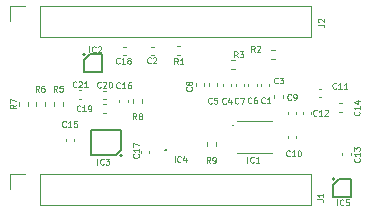
<source format=gto>
G04 #@! TF.GenerationSoftware,KiCad,Pcbnew,(6.0.8)*
G04 #@! TF.CreationDate,2022-11-21T13:53:06+02:00*
G04 #@! TF.ProjectId,sensor,73656e73-6f72-42e6-9b69-6361645f7063,rev?*
G04 #@! TF.SameCoordinates,Original*
G04 #@! TF.FileFunction,Legend,Top*
G04 #@! TF.FilePolarity,Positive*
%FSLAX46Y46*%
G04 Gerber Fmt 4.6, Leading zero omitted, Abs format (unit mm)*
G04 Created by KiCad (PCBNEW (6.0.8)) date 2022-11-21 13:53:06*
%MOMM*%
%LPD*%
G01*
G04 APERTURE LIST*
%ADD10C,0.125000*%
%ADD11C,0.120000*%
%ADD12C,0.200000*%
%ADD13C,0.100000*%
G04 APERTURE END LIST*
D10*
X135898771Y-76403971D02*
X135874961Y-76427780D01*
X135803533Y-76451590D01*
X135755914Y-76451590D01*
X135684485Y-76427780D01*
X135636866Y-76380161D01*
X135613057Y-76332542D01*
X135589247Y-76237304D01*
X135589247Y-76165876D01*
X135613057Y-76070638D01*
X135636866Y-76023019D01*
X135684485Y-75975400D01*
X135755914Y-75951590D01*
X135803533Y-75951590D01*
X135874961Y-75975400D01*
X135898771Y-75999209D01*
X136089247Y-75999209D02*
X136113057Y-75975400D01*
X136160676Y-75951590D01*
X136279723Y-75951590D01*
X136327342Y-75975400D01*
X136351152Y-75999209D01*
X136374961Y-76046828D01*
X136374961Y-76094447D01*
X136351152Y-76165876D01*
X136065438Y-76451590D01*
X136374961Y-76451590D01*
X136851152Y-76451590D02*
X136565438Y-76451590D01*
X136708295Y-76451590D02*
X136708295Y-75951590D01*
X136660676Y-76023019D01*
X136613057Y-76070638D01*
X136565438Y-76094447D01*
X150716466Y-77750171D02*
X150692657Y-77773980D01*
X150621228Y-77797790D01*
X150573609Y-77797790D01*
X150502180Y-77773980D01*
X150454561Y-77726361D01*
X150430752Y-77678742D01*
X150406942Y-77583504D01*
X150406942Y-77512076D01*
X150430752Y-77416838D01*
X150454561Y-77369219D01*
X150502180Y-77321600D01*
X150573609Y-77297790D01*
X150621228Y-77297790D01*
X150692657Y-77321600D01*
X150716466Y-77345409D01*
X151145038Y-77297790D02*
X151049800Y-77297790D01*
X151002180Y-77321600D01*
X150978371Y-77345409D01*
X150930752Y-77416838D01*
X150906942Y-77512076D01*
X150906942Y-77702552D01*
X150930752Y-77750171D01*
X150954561Y-77773980D01*
X151002180Y-77797790D01*
X151097419Y-77797790D01*
X151145038Y-77773980D01*
X151168847Y-77750171D01*
X151192657Y-77702552D01*
X151192657Y-77583504D01*
X151168847Y-77535885D01*
X151145038Y-77512076D01*
X151097419Y-77488266D01*
X151002180Y-77488266D01*
X150954561Y-77512076D01*
X150930752Y-77535885D01*
X150906942Y-77583504D01*
X156244171Y-78816971D02*
X156220361Y-78840780D01*
X156148933Y-78864590D01*
X156101314Y-78864590D01*
X156029885Y-78840780D01*
X155982266Y-78793161D01*
X155958457Y-78745542D01*
X155934647Y-78650304D01*
X155934647Y-78578876D01*
X155958457Y-78483638D01*
X155982266Y-78436019D01*
X156029885Y-78388400D01*
X156101314Y-78364590D01*
X156148933Y-78364590D01*
X156220361Y-78388400D01*
X156244171Y-78412209D01*
X156720361Y-78864590D02*
X156434647Y-78864590D01*
X156577504Y-78864590D02*
X156577504Y-78364590D01*
X156529885Y-78436019D01*
X156482266Y-78483638D01*
X156434647Y-78507447D01*
X156910838Y-78412209D02*
X156934647Y-78388400D01*
X156982266Y-78364590D01*
X157101314Y-78364590D01*
X157148933Y-78388400D01*
X157172742Y-78412209D01*
X157196552Y-78459828D01*
X157196552Y-78507447D01*
X157172742Y-78578876D01*
X156887028Y-78864590D01*
X157196552Y-78864590D01*
X148557466Y-77800971D02*
X148533657Y-77824780D01*
X148462228Y-77848590D01*
X148414609Y-77848590D01*
X148343180Y-77824780D01*
X148295561Y-77777161D01*
X148271752Y-77729542D01*
X148247942Y-77634304D01*
X148247942Y-77562876D01*
X148271752Y-77467638D01*
X148295561Y-77420019D01*
X148343180Y-77372400D01*
X148414609Y-77348590D01*
X148462228Y-77348590D01*
X148533657Y-77372400D01*
X148557466Y-77396209D01*
X148986038Y-77515257D02*
X148986038Y-77848590D01*
X148866990Y-77324780D02*
X148747942Y-77681923D01*
X149057466Y-77681923D01*
X137002104Y-73479790D02*
X137002104Y-72979790D01*
X137525914Y-73432171D02*
X137502104Y-73455980D01*
X137430676Y-73479790D01*
X137383057Y-73479790D01*
X137311628Y-73455980D01*
X137264009Y-73408361D01*
X137240200Y-73360742D01*
X137216390Y-73265504D01*
X137216390Y-73194076D01*
X137240200Y-73098838D01*
X137264009Y-73051219D01*
X137311628Y-73003600D01*
X137383057Y-72979790D01*
X137430676Y-72979790D01*
X137502104Y-73003600D01*
X137525914Y-73027409D01*
X137716390Y-73027409D02*
X137740200Y-73003600D01*
X137787819Y-72979790D01*
X137906866Y-72979790D01*
X137954485Y-73003600D01*
X137978295Y-73027409D01*
X138002104Y-73075028D01*
X138002104Y-73122647D01*
X137978295Y-73194076D01*
X137692580Y-73479790D01*
X138002104Y-73479790D01*
X134282666Y-76807190D02*
X134116000Y-76569095D01*
X133996952Y-76807190D02*
X133996952Y-76307190D01*
X134187428Y-76307190D01*
X134235047Y-76331000D01*
X134258857Y-76354809D01*
X134282666Y-76402428D01*
X134282666Y-76473857D01*
X134258857Y-76521476D01*
X134235047Y-76545285D01*
X134187428Y-76569095D01*
X133996952Y-76569095D01*
X134735047Y-76307190D02*
X134496952Y-76307190D01*
X134473142Y-76545285D01*
X134496952Y-76521476D01*
X134544571Y-76497666D01*
X134663619Y-76497666D01*
X134711238Y-76521476D01*
X134735047Y-76545285D01*
X134758857Y-76592904D01*
X134758857Y-76711952D01*
X134735047Y-76759571D01*
X134711238Y-76783380D01*
X134663619Y-76807190D01*
X134544571Y-76807190D01*
X134496952Y-76783380D01*
X134473142Y-76759571D01*
X149624266Y-77775571D02*
X149600457Y-77799380D01*
X149529028Y-77823190D01*
X149481409Y-77823190D01*
X149409980Y-77799380D01*
X149362361Y-77751761D01*
X149338552Y-77704142D01*
X149314742Y-77608904D01*
X149314742Y-77537476D01*
X149338552Y-77442238D01*
X149362361Y-77394619D01*
X149409980Y-77347000D01*
X149481409Y-77323190D01*
X149529028Y-77323190D01*
X149600457Y-77347000D01*
X149624266Y-77370809D01*
X149790933Y-77323190D02*
X150124266Y-77323190D01*
X149909980Y-77823190D01*
X159842971Y-78502628D02*
X159866780Y-78526438D01*
X159890590Y-78597866D01*
X159890590Y-78645485D01*
X159866780Y-78716914D01*
X159819161Y-78764533D01*
X159771542Y-78788342D01*
X159676304Y-78812152D01*
X159604876Y-78812152D01*
X159509638Y-78788342D01*
X159462019Y-78764533D01*
X159414400Y-78716914D01*
X159390590Y-78645485D01*
X159390590Y-78597866D01*
X159414400Y-78526438D01*
X159438209Y-78502628D01*
X159890590Y-78026438D02*
X159890590Y-78312152D01*
X159890590Y-78169295D02*
X159390590Y-78169295D01*
X159462019Y-78216914D01*
X159509638Y-78264533D01*
X159533447Y-78312152D01*
X159557257Y-77597866D02*
X159890590Y-77597866D01*
X159366780Y-77716914D02*
X159723923Y-77835961D01*
X159723923Y-77526438D01*
X153958171Y-82245971D02*
X153934361Y-82269780D01*
X153862933Y-82293590D01*
X153815314Y-82293590D01*
X153743885Y-82269780D01*
X153696266Y-82222161D01*
X153672457Y-82174542D01*
X153648647Y-82079304D01*
X153648647Y-82007876D01*
X153672457Y-81912638D01*
X153696266Y-81865019D01*
X153743885Y-81817400D01*
X153815314Y-81793590D01*
X153862933Y-81793590D01*
X153934361Y-81817400D01*
X153958171Y-81841209D01*
X154434361Y-82293590D02*
X154148647Y-82293590D01*
X154291504Y-82293590D02*
X154291504Y-81793590D01*
X154243885Y-81865019D01*
X154196266Y-81912638D01*
X154148647Y-81936447D01*
X154743885Y-81793590D02*
X154791504Y-81793590D01*
X154839123Y-81817400D01*
X154862933Y-81841209D01*
X154886742Y-81888828D01*
X154910552Y-81984066D01*
X154910552Y-82103114D01*
X154886742Y-82198352D01*
X154862933Y-82245971D01*
X154839123Y-82269780D01*
X154791504Y-82293590D01*
X154743885Y-82293590D01*
X154696266Y-82269780D01*
X154672457Y-82245971D01*
X154648647Y-82198352D01*
X154624838Y-82103114D01*
X154624838Y-81984066D01*
X154648647Y-81888828D01*
X154672457Y-81841209D01*
X154696266Y-81817400D01*
X154743885Y-81793590D01*
X156367990Y-71134266D02*
X156725133Y-71134266D01*
X156796561Y-71158076D01*
X156844180Y-71205695D01*
X156867990Y-71277123D01*
X156867990Y-71324742D01*
X156415609Y-70919980D02*
X156391800Y-70896171D01*
X156367990Y-70848552D01*
X156367990Y-70729504D01*
X156391800Y-70681885D01*
X156415609Y-70658076D01*
X156463228Y-70634266D01*
X156510847Y-70634266D01*
X156582276Y-70658076D01*
X156867990Y-70943790D01*
X156867990Y-70634266D01*
X150995866Y-73428990D02*
X150829200Y-73190895D01*
X150710152Y-73428990D02*
X150710152Y-72928990D01*
X150900628Y-72928990D01*
X150948247Y-72952800D01*
X150972057Y-72976609D01*
X150995866Y-73024228D01*
X150995866Y-73095657D01*
X150972057Y-73143276D01*
X150948247Y-73167085D01*
X150900628Y-73190895D01*
X150710152Y-73190895D01*
X151186342Y-72976609D02*
X151210152Y-72952800D01*
X151257771Y-72928990D01*
X151376819Y-72928990D01*
X151424438Y-72952800D01*
X151448247Y-72976609D01*
X151472057Y-73024228D01*
X151472057Y-73071847D01*
X151448247Y-73143276D01*
X151162533Y-73428990D01*
X151472057Y-73428990D01*
X144495466Y-74495790D02*
X144328800Y-74257695D01*
X144209752Y-74495790D02*
X144209752Y-73995790D01*
X144400228Y-73995790D01*
X144447847Y-74019600D01*
X144471657Y-74043409D01*
X144495466Y-74091028D01*
X144495466Y-74162457D01*
X144471657Y-74210076D01*
X144447847Y-74233885D01*
X144400228Y-74257695D01*
X144209752Y-74257695D01*
X144971657Y-74495790D02*
X144685942Y-74495790D01*
X144828800Y-74495790D02*
X144828800Y-73995790D01*
X144781180Y-74067219D01*
X144733561Y-74114838D01*
X144685942Y-74138647D01*
X140988266Y-79143990D02*
X140821600Y-78905895D01*
X140702552Y-79143990D02*
X140702552Y-78643990D01*
X140893028Y-78643990D01*
X140940647Y-78667800D01*
X140964457Y-78691609D01*
X140988266Y-78739228D01*
X140988266Y-78810657D01*
X140964457Y-78858276D01*
X140940647Y-78882085D01*
X140893028Y-78905895D01*
X140702552Y-78905895D01*
X141273980Y-78858276D02*
X141226361Y-78834466D01*
X141202552Y-78810657D01*
X141178742Y-78763038D01*
X141178742Y-78739228D01*
X141202552Y-78691609D01*
X141226361Y-78667800D01*
X141273980Y-78643990D01*
X141369219Y-78643990D01*
X141416838Y-78667800D01*
X141440647Y-78691609D01*
X141464457Y-78739228D01*
X141464457Y-78763038D01*
X141440647Y-78810657D01*
X141416838Y-78834466D01*
X141369219Y-78858276D01*
X141273980Y-78858276D01*
X141226361Y-78882085D01*
X141202552Y-78905895D01*
X141178742Y-78953514D01*
X141178742Y-79048752D01*
X141202552Y-79096371D01*
X141226361Y-79120180D01*
X141273980Y-79143990D01*
X141369219Y-79143990D01*
X141416838Y-79120180D01*
X141440647Y-79096371D01*
X141464457Y-79048752D01*
X141464457Y-78953514D01*
X141440647Y-78905895D01*
X141416838Y-78882085D01*
X141369219Y-78858276D01*
X147236666Y-82852390D02*
X147070000Y-82614295D01*
X146950952Y-82852390D02*
X146950952Y-82352390D01*
X147141428Y-82352390D01*
X147189047Y-82376200D01*
X147212857Y-82400009D01*
X147236666Y-82447628D01*
X147236666Y-82519057D01*
X147212857Y-82566676D01*
X147189047Y-82590485D01*
X147141428Y-82614295D01*
X146950952Y-82614295D01*
X147474761Y-82852390D02*
X147570000Y-82852390D01*
X147617619Y-82828580D01*
X147641428Y-82804771D01*
X147689047Y-82733342D01*
X147712857Y-82638104D01*
X147712857Y-82447628D01*
X147689047Y-82400009D01*
X147665238Y-82376200D01*
X147617619Y-82352390D01*
X147522380Y-82352390D01*
X147474761Y-82376200D01*
X147450952Y-82400009D01*
X147427142Y-82447628D01*
X147427142Y-82566676D01*
X147450952Y-82614295D01*
X147474761Y-82638104D01*
X147522380Y-82661914D01*
X147617619Y-82661914D01*
X147665238Y-82638104D01*
X147689047Y-82614295D01*
X147712857Y-82566676D01*
X151859466Y-77750171D02*
X151835657Y-77773980D01*
X151764228Y-77797790D01*
X151716609Y-77797790D01*
X151645180Y-77773980D01*
X151597561Y-77726361D01*
X151573752Y-77678742D01*
X151549942Y-77583504D01*
X151549942Y-77512076D01*
X151573752Y-77416838D01*
X151597561Y-77369219D01*
X151645180Y-77321600D01*
X151716609Y-77297790D01*
X151764228Y-77297790D01*
X151835657Y-77321600D01*
X151859466Y-77345409D01*
X152335657Y-77797790D02*
X152049942Y-77797790D01*
X152192800Y-77797790D02*
X152192800Y-77297790D01*
X152145180Y-77369219D01*
X152097561Y-77416838D01*
X152049942Y-77440647D01*
X152951666Y-76073771D02*
X152927857Y-76097580D01*
X152856428Y-76121390D01*
X152808809Y-76121390D01*
X152737380Y-76097580D01*
X152689761Y-76049961D01*
X152665952Y-76002342D01*
X152642142Y-75907104D01*
X152642142Y-75835676D01*
X152665952Y-75740438D01*
X152689761Y-75692819D01*
X152737380Y-75645200D01*
X152808809Y-75621390D01*
X152856428Y-75621390D01*
X152927857Y-75645200D01*
X152951666Y-75669009D01*
X153118333Y-75621390D02*
X153427857Y-75621390D01*
X153261190Y-75811866D01*
X153332619Y-75811866D01*
X153380238Y-75835676D01*
X153404047Y-75859485D01*
X153427857Y-75907104D01*
X153427857Y-76026152D01*
X153404047Y-76073771D01*
X153380238Y-76097580D01*
X153332619Y-76121390D01*
X153189761Y-76121390D01*
X153142142Y-76097580D01*
X153118333Y-76073771D01*
X154069266Y-77470771D02*
X154045457Y-77494580D01*
X153974028Y-77518390D01*
X153926409Y-77518390D01*
X153854980Y-77494580D01*
X153807361Y-77446961D01*
X153783552Y-77399342D01*
X153759742Y-77304104D01*
X153759742Y-77232676D01*
X153783552Y-77137438D01*
X153807361Y-77089819D01*
X153854980Y-77042200D01*
X153926409Y-77018390D01*
X153974028Y-77018390D01*
X154045457Y-77042200D01*
X154069266Y-77066009D01*
X154307361Y-77518390D02*
X154402600Y-77518390D01*
X154450219Y-77494580D01*
X154474028Y-77470771D01*
X154521647Y-77399342D01*
X154545457Y-77304104D01*
X154545457Y-77113628D01*
X154521647Y-77066009D01*
X154497838Y-77042200D01*
X154450219Y-77018390D01*
X154354980Y-77018390D01*
X154307361Y-77042200D01*
X154283552Y-77066009D01*
X154259742Y-77113628D01*
X154259742Y-77232676D01*
X154283552Y-77280295D01*
X154307361Y-77304104D01*
X154354980Y-77327914D01*
X154450219Y-77327914D01*
X154497838Y-77304104D01*
X154521647Y-77280295D01*
X154545457Y-77232676D01*
X147363666Y-77775571D02*
X147339857Y-77799380D01*
X147268428Y-77823190D01*
X147220809Y-77823190D01*
X147149380Y-77799380D01*
X147101761Y-77751761D01*
X147077952Y-77704142D01*
X147054142Y-77608904D01*
X147054142Y-77537476D01*
X147077952Y-77442238D01*
X147101761Y-77394619D01*
X147149380Y-77347000D01*
X147220809Y-77323190D01*
X147268428Y-77323190D01*
X147339857Y-77347000D01*
X147363666Y-77370809D01*
X147816047Y-77323190D02*
X147577952Y-77323190D01*
X147554142Y-77561285D01*
X147577952Y-77537476D01*
X147625571Y-77513666D01*
X147744619Y-77513666D01*
X147792238Y-77537476D01*
X147816047Y-77561285D01*
X147839857Y-77608904D01*
X147839857Y-77727952D01*
X147816047Y-77775571D01*
X147792238Y-77799380D01*
X147744619Y-77823190D01*
X147625571Y-77823190D01*
X147577952Y-77799380D01*
X147554142Y-77775571D01*
X137956171Y-76429371D02*
X137932361Y-76453180D01*
X137860933Y-76476990D01*
X137813314Y-76476990D01*
X137741885Y-76453180D01*
X137694266Y-76405561D01*
X137670457Y-76357942D01*
X137646647Y-76262704D01*
X137646647Y-76191276D01*
X137670457Y-76096038D01*
X137694266Y-76048419D01*
X137741885Y-76000800D01*
X137813314Y-75976990D01*
X137860933Y-75976990D01*
X137932361Y-76000800D01*
X137956171Y-76024609D01*
X138146647Y-76024609D02*
X138170457Y-76000800D01*
X138218076Y-75976990D01*
X138337123Y-75976990D01*
X138384742Y-76000800D01*
X138408552Y-76024609D01*
X138432361Y-76072228D01*
X138432361Y-76119847D01*
X138408552Y-76191276D01*
X138122838Y-76476990D01*
X138432361Y-76476990D01*
X138741885Y-75976990D02*
X138789504Y-75976990D01*
X138837123Y-76000800D01*
X138860933Y-76024609D01*
X138884742Y-76072228D01*
X138908552Y-76167466D01*
X138908552Y-76286514D01*
X138884742Y-76381752D01*
X138860933Y-76429371D01*
X138837123Y-76453180D01*
X138789504Y-76476990D01*
X138741885Y-76476990D01*
X138694266Y-76453180D01*
X138670457Y-76429371D01*
X138646647Y-76381752D01*
X138622838Y-76286514D01*
X138622838Y-76167466D01*
X138646647Y-76072228D01*
X138670457Y-76024609D01*
X138694266Y-76000800D01*
X138741885Y-75976990D01*
X141148571Y-82109428D02*
X141172380Y-82133238D01*
X141196190Y-82204666D01*
X141196190Y-82252285D01*
X141172380Y-82323714D01*
X141124761Y-82371333D01*
X141077142Y-82395142D01*
X140981904Y-82418952D01*
X140910476Y-82418952D01*
X140815238Y-82395142D01*
X140767619Y-82371333D01*
X140720000Y-82323714D01*
X140696190Y-82252285D01*
X140696190Y-82204666D01*
X140720000Y-82133238D01*
X140743809Y-82109428D01*
X141196190Y-81633238D02*
X141196190Y-81918952D01*
X141196190Y-81776095D02*
X140696190Y-81776095D01*
X140767619Y-81823714D01*
X140815238Y-81871333D01*
X140839047Y-81918952D01*
X140696190Y-81466571D02*
X140696190Y-81133238D01*
X141196190Y-81347523D01*
X135009771Y-79756771D02*
X134985961Y-79780580D01*
X134914533Y-79804390D01*
X134866914Y-79804390D01*
X134795485Y-79780580D01*
X134747866Y-79732961D01*
X134724057Y-79685342D01*
X134700247Y-79590104D01*
X134700247Y-79518676D01*
X134724057Y-79423438D01*
X134747866Y-79375819D01*
X134795485Y-79328200D01*
X134866914Y-79304390D01*
X134914533Y-79304390D01*
X134985961Y-79328200D01*
X135009771Y-79352009D01*
X135485961Y-79804390D02*
X135200247Y-79804390D01*
X135343104Y-79804390D02*
X135343104Y-79304390D01*
X135295485Y-79375819D01*
X135247866Y-79423438D01*
X135200247Y-79447247D01*
X135938342Y-79304390D02*
X135700247Y-79304390D01*
X135676438Y-79542485D01*
X135700247Y-79518676D01*
X135747866Y-79494866D01*
X135866914Y-79494866D01*
X135914533Y-79518676D01*
X135938342Y-79542485D01*
X135962152Y-79590104D01*
X135962152Y-79709152D01*
X135938342Y-79756771D01*
X135914533Y-79780580D01*
X135866914Y-79804390D01*
X135747866Y-79804390D01*
X135700247Y-79780580D01*
X135676438Y-79756771D01*
X145644371Y-76435733D02*
X145668180Y-76459542D01*
X145691990Y-76530971D01*
X145691990Y-76578590D01*
X145668180Y-76650019D01*
X145620561Y-76697638D01*
X145572942Y-76721447D01*
X145477704Y-76745257D01*
X145406276Y-76745257D01*
X145311038Y-76721447D01*
X145263419Y-76697638D01*
X145215800Y-76650019D01*
X145191990Y-76578590D01*
X145191990Y-76530971D01*
X145215800Y-76459542D01*
X145239609Y-76435733D01*
X145406276Y-76150019D02*
X145382466Y-76197638D01*
X145358657Y-76221447D01*
X145311038Y-76245257D01*
X145287228Y-76245257D01*
X145239609Y-76221447D01*
X145215800Y-76197638D01*
X145191990Y-76150019D01*
X145191990Y-76054780D01*
X145215800Y-76007161D01*
X145239609Y-75983352D01*
X145287228Y-75959542D01*
X145311038Y-75959542D01*
X145358657Y-75983352D01*
X145382466Y-76007161D01*
X145406276Y-76054780D01*
X145406276Y-76150019D01*
X145430085Y-76197638D01*
X145453895Y-76221447D01*
X145501514Y-76245257D01*
X145596752Y-76245257D01*
X145644371Y-76221447D01*
X145668180Y-76197638D01*
X145691990Y-76150019D01*
X145691990Y-76054780D01*
X145668180Y-76007161D01*
X145644371Y-75983352D01*
X145596752Y-75959542D01*
X145501514Y-75959542D01*
X145453895Y-75983352D01*
X145430085Y-76007161D01*
X145406276Y-76054780D01*
X157982504Y-86433790D02*
X157982504Y-85933790D01*
X158506314Y-86386171D02*
X158482504Y-86409980D01*
X158411076Y-86433790D01*
X158363457Y-86433790D01*
X158292028Y-86409980D01*
X158244409Y-86362361D01*
X158220600Y-86314742D01*
X158196790Y-86219504D01*
X158196790Y-86148076D01*
X158220600Y-86052838D01*
X158244409Y-86005219D01*
X158292028Y-85957600D01*
X158363457Y-85933790D01*
X158411076Y-85933790D01*
X158482504Y-85957600D01*
X158506314Y-85981409D01*
X158958695Y-85933790D02*
X158720600Y-85933790D01*
X158696790Y-86171885D01*
X158720600Y-86148076D01*
X158768219Y-86124266D01*
X158887266Y-86124266D01*
X158934885Y-86148076D01*
X158958695Y-86171885D01*
X158982504Y-86219504D01*
X158982504Y-86338552D01*
X158958695Y-86386171D01*
X158934885Y-86409980D01*
X158887266Y-86433790D01*
X158768219Y-86433790D01*
X158720600Y-86409980D01*
X158696790Y-86386171D01*
X130782190Y-77934333D02*
X130544095Y-78101000D01*
X130782190Y-78220047D02*
X130282190Y-78220047D01*
X130282190Y-78029571D01*
X130306000Y-77981952D01*
X130329809Y-77958142D01*
X130377428Y-77934333D01*
X130448857Y-77934333D01*
X130496476Y-77958142D01*
X130520285Y-77981952D01*
X130544095Y-78029571D01*
X130544095Y-78220047D01*
X130282190Y-77767666D02*
X130282190Y-77434333D01*
X130782190Y-77648619D01*
X149548066Y-73911590D02*
X149381400Y-73673495D01*
X149262352Y-73911590D02*
X149262352Y-73411590D01*
X149452828Y-73411590D01*
X149500447Y-73435400D01*
X149524257Y-73459209D01*
X149548066Y-73506828D01*
X149548066Y-73578257D01*
X149524257Y-73625876D01*
X149500447Y-73649685D01*
X149452828Y-73673495D01*
X149262352Y-73673495D01*
X149714733Y-73411590D02*
X150024257Y-73411590D01*
X149857590Y-73602066D01*
X149929019Y-73602066D01*
X149976638Y-73625876D01*
X150000447Y-73649685D01*
X150024257Y-73697304D01*
X150024257Y-73816352D01*
X150000447Y-73863971D01*
X149976638Y-73887780D01*
X149929019Y-73911590D01*
X149786161Y-73911590D01*
X149738542Y-73887780D01*
X149714733Y-73863971D01*
X139581771Y-76480171D02*
X139557961Y-76503980D01*
X139486533Y-76527790D01*
X139438914Y-76527790D01*
X139367485Y-76503980D01*
X139319866Y-76456361D01*
X139296057Y-76408742D01*
X139272247Y-76313504D01*
X139272247Y-76242076D01*
X139296057Y-76146838D01*
X139319866Y-76099219D01*
X139367485Y-76051600D01*
X139438914Y-76027790D01*
X139486533Y-76027790D01*
X139557961Y-76051600D01*
X139581771Y-76075409D01*
X140057961Y-76527790D02*
X139772247Y-76527790D01*
X139915104Y-76527790D02*
X139915104Y-76027790D01*
X139867485Y-76099219D01*
X139819866Y-76146838D01*
X139772247Y-76170647D01*
X140486533Y-76027790D02*
X140391295Y-76027790D01*
X140343676Y-76051600D01*
X140319866Y-76075409D01*
X140272247Y-76146838D01*
X140248438Y-76242076D01*
X140248438Y-76432552D01*
X140272247Y-76480171D01*
X140296057Y-76503980D01*
X140343676Y-76527790D01*
X140438914Y-76527790D01*
X140486533Y-76503980D01*
X140510342Y-76480171D01*
X140534152Y-76432552D01*
X140534152Y-76313504D01*
X140510342Y-76265885D01*
X140486533Y-76242076D01*
X140438914Y-76218266D01*
X140343676Y-76218266D01*
X140296057Y-76242076D01*
X140272247Y-76265885D01*
X140248438Y-76313504D01*
X137687904Y-83004790D02*
X137687904Y-82504790D01*
X138211714Y-82957171D02*
X138187904Y-82980980D01*
X138116476Y-83004790D01*
X138068857Y-83004790D01*
X137997428Y-82980980D01*
X137949809Y-82933361D01*
X137926000Y-82885742D01*
X137902190Y-82790504D01*
X137902190Y-82719076D01*
X137926000Y-82623838D01*
X137949809Y-82576219D01*
X137997428Y-82528600D01*
X138068857Y-82504790D01*
X138116476Y-82504790D01*
X138187904Y-82528600D01*
X138211714Y-82552409D01*
X138378380Y-82504790D02*
X138687904Y-82504790D01*
X138521238Y-82695266D01*
X138592666Y-82695266D01*
X138640285Y-82719076D01*
X138664095Y-82742885D01*
X138687904Y-82790504D01*
X138687904Y-82909552D01*
X138664095Y-82957171D01*
X138640285Y-82980980D01*
X138592666Y-83004790D01*
X138449809Y-83004790D01*
X138402190Y-82980980D01*
X138378380Y-82957171D01*
X157895171Y-76530971D02*
X157871361Y-76554780D01*
X157799933Y-76578590D01*
X157752314Y-76578590D01*
X157680885Y-76554780D01*
X157633266Y-76507161D01*
X157609457Y-76459542D01*
X157585647Y-76364304D01*
X157585647Y-76292876D01*
X157609457Y-76197638D01*
X157633266Y-76150019D01*
X157680885Y-76102400D01*
X157752314Y-76078590D01*
X157799933Y-76078590D01*
X157871361Y-76102400D01*
X157895171Y-76126209D01*
X158371361Y-76578590D02*
X158085647Y-76578590D01*
X158228504Y-76578590D02*
X158228504Y-76078590D01*
X158180885Y-76150019D01*
X158133266Y-76197638D01*
X158085647Y-76221447D01*
X158847552Y-76578590D02*
X158561838Y-76578590D01*
X158704695Y-76578590D02*
X158704695Y-76078590D01*
X158657076Y-76150019D01*
X158609457Y-76197638D01*
X158561838Y-76221447D01*
X139556371Y-74397371D02*
X139532561Y-74421180D01*
X139461133Y-74444990D01*
X139413514Y-74444990D01*
X139342085Y-74421180D01*
X139294466Y-74373561D01*
X139270657Y-74325942D01*
X139246847Y-74230704D01*
X139246847Y-74159276D01*
X139270657Y-74064038D01*
X139294466Y-74016419D01*
X139342085Y-73968800D01*
X139413514Y-73944990D01*
X139461133Y-73944990D01*
X139532561Y-73968800D01*
X139556371Y-73992609D01*
X140032561Y-74444990D02*
X139746847Y-74444990D01*
X139889704Y-74444990D02*
X139889704Y-73944990D01*
X139842085Y-74016419D01*
X139794466Y-74064038D01*
X139746847Y-74087847D01*
X140318276Y-74159276D02*
X140270657Y-74135466D01*
X140246847Y-74111657D01*
X140223038Y-74064038D01*
X140223038Y-74040228D01*
X140246847Y-73992609D01*
X140270657Y-73968800D01*
X140318276Y-73944990D01*
X140413514Y-73944990D01*
X140461133Y-73968800D01*
X140484942Y-73992609D01*
X140508752Y-74040228D01*
X140508752Y-74064038D01*
X140484942Y-74111657D01*
X140461133Y-74135466D01*
X140413514Y-74159276D01*
X140318276Y-74159276D01*
X140270657Y-74183085D01*
X140246847Y-74206895D01*
X140223038Y-74254514D01*
X140223038Y-74349752D01*
X140246847Y-74397371D01*
X140270657Y-74421180D01*
X140318276Y-74444990D01*
X140413514Y-74444990D01*
X140461133Y-74421180D01*
X140484942Y-74397371D01*
X140508752Y-74349752D01*
X140508752Y-74254514D01*
X140484942Y-74206895D01*
X140461133Y-74183085D01*
X140413514Y-74159276D01*
X159868371Y-82465028D02*
X159892180Y-82488838D01*
X159915990Y-82560266D01*
X159915990Y-82607885D01*
X159892180Y-82679314D01*
X159844561Y-82726933D01*
X159796942Y-82750742D01*
X159701704Y-82774552D01*
X159630276Y-82774552D01*
X159535038Y-82750742D01*
X159487419Y-82726933D01*
X159439800Y-82679314D01*
X159415990Y-82607885D01*
X159415990Y-82560266D01*
X159439800Y-82488838D01*
X159463609Y-82465028D01*
X159915990Y-81988838D02*
X159915990Y-82274552D01*
X159915990Y-82131695D02*
X159415990Y-82131695D01*
X159487419Y-82179314D01*
X159535038Y-82226933D01*
X159558847Y-82274552D01*
X159415990Y-81822171D02*
X159415990Y-81512647D01*
X159606466Y-81679314D01*
X159606466Y-81607885D01*
X159630276Y-81560266D01*
X159654085Y-81536457D01*
X159701704Y-81512647D01*
X159820752Y-81512647D01*
X159868371Y-81536457D01*
X159892180Y-81560266D01*
X159915990Y-81607885D01*
X159915990Y-81750742D01*
X159892180Y-81798361D01*
X159868371Y-81822171D01*
X150387904Y-82826990D02*
X150387904Y-82326990D01*
X150911714Y-82779371D02*
X150887904Y-82803180D01*
X150816476Y-82826990D01*
X150768857Y-82826990D01*
X150697428Y-82803180D01*
X150649809Y-82755561D01*
X150626000Y-82707942D01*
X150602190Y-82612704D01*
X150602190Y-82541276D01*
X150626000Y-82446038D01*
X150649809Y-82398419D01*
X150697428Y-82350800D01*
X150768857Y-82326990D01*
X150816476Y-82326990D01*
X150887904Y-82350800D01*
X150911714Y-82374609D01*
X151387904Y-82826990D02*
X151102190Y-82826990D01*
X151245047Y-82826990D02*
X151245047Y-82326990D01*
X151197428Y-82398419D01*
X151149809Y-82446038D01*
X151102190Y-82469847D01*
X142207466Y-74371971D02*
X142183657Y-74395780D01*
X142112228Y-74419590D01*
X142064609Y-74419590D01*
X141993180Y-74395780D01*
X141945561Y-74348161D01*
X141921752Y-74300542D01*
X141897942Y-74205304D01*
X141897942Y-74133876D01*
X141921752Y-74038638D01*
X141945561Y-73991019D01*
X141993180Y-73943400D01*
X142064609Y-73919590D01*
X142112228Y-73919590D01*
X142183657Y-73943400D01*
X142207466Y-73967209D01*
X142397942Y-73967209D02*
X142421752Y-73943400D01*
X142469371Y-73919590D01*
X142588419Y-73919590D01*
X142636038Y-73943400D01*
X142659847Y-73967209D01*
X142683657Y-74014828D01*
X142683657Y-74062447D01*
X142659847Y-74133876D01*
X142374133Y-74419590D01*
X142683657Y-74419590D01*
X144215704Y-82776190D02*
X144215704Y-82276190D01*
X144739514Y-82728571D02*
X144715704Y-82752380D01*
X144644276Y-82776190D01*
X144596657Y-82776190D01*
X144525228Y-82752380D01*
X144477609Y-82704761D01*
X144453800Y-82657142D01*
X144429990Y-82561904D01*
X144429990Y-82490476D01*
X144453800Y-82395238D01*
X144477609Y-82347619D01*
X144525228Y-82300000D01*
X144596657Y-82276190D01*
X144644276Y-82276190D01*
X144715704Y-82300000D01*
X144739514Y-82323809D01*
X145168085Y-82442857D02*
X145168085Y-82776190D01*
X145049038Y-82252380D02*
X144929990Y-82609523D01*
X145239514Y-82609523D01*
X156317190Y-85942466D02*
X156674333Y-85942466D01*
X156745761Y-85966276D01*
X156793380Y-86013895D01*
X156817190Y-86085323D01*
X156817190Y-86132942D01*
X156817190Y-85442466D02*
X156817190Y-85728180D01*
X156817190Y-85585323D02*
X156317190Y-85585323D01*
X156388619Y-85632942D01*
X156436238Y-85680561D01*
X156460047Y-85728180D01*
X136228971Y-78435971D02*
X136205161Y-78459780D01*
X136133733Y-78483590D01*
X136086114Y-78483590D01*
X136014685Y-78459780D01*
X135967066Y-78412161D01*
X135943257Y-78364542D01*
X135919447Y-78269304D01*
X135919447Y-78197876D01*
X135943257Y-78102638D01*
X135967066Y-78055019D01*
X136014685Y-78007400D01*
X136086114Y-77983590D01*
X136133733Y-77983590D01*
X136205161Y-78007400D01*
X136228971Y-78031209D01*
X136705161Y-78483590D02*
X136419447Y-78483590D01*
X136562304Y-78483590D02*
X136562304Y-77983590D01*
X136514685Y-78055019D01*
X136467066Y-78102638D01*
X136419447Y-78126447D01*
X136943257Y-78483590D02*
X137038495Y-78483590D01*
X137086114Y-78459780D01*
X137109923Y-78435971D01*
X137157542Y-78364542D01*
X137181352Y-78269304D01*
X137181352Y-78078828D01*
X137157542Y-78031209D01*
X137133733Y-78007400D01*
X137086114Y-77983590D01*
X136990876Y-77983590D01*
X136943257Y-78007400D01*
X136919447Y-78031209D01*
X136895638Y-78078828D01*
X136895638Y-78197876D01*
X136919447Y-78245495D01*
X136943257Y-78269304D01*
X136990876Y-78293114D01*
X137086114Y-78293114D01*
X137133733Y-78269304D01*
X137157542Y-78245495D01*
X137181352Y-78197876D01*
X132733266Y-76832590D02*
X132566600Y-76594495D01*
X132447552Y-76832590D02*
X132447552Y-76332590D01*
X132638028Y-76332590D01*
X132685647Y-76356400D01*
X132709457Y-76380209D01*
X132733266Y-76427828D01*
X132733266Y-76499257D01*
X132709457Y-76546876D01*
X132685647Y-76570685D01*
X132638028Y-76594495D01*
X132447552Y-76594495D01*
X133161838Y-76332590D02*
X133066600Y-76332590D01*
X133018980Y-76356400D01*
X132995171Y-76380209D01*
X132947552Y-76451638D01*
X132923742Y-76546876D01*
X132923742Y-76737352D01*
X132947552Y-76784971D01*
X132971361Y-76808780D01*
X133018980Y-76832590D01*
X133114219Y-76832590D01*
X133161838Y-76808780D01*
X133185647Y-76784971D01*
X133209457Y-76737352D01*
X133209457Y-76618304D01*
X133185647Y-76570685D01*
X133161838Y-76546876D01*
X133114219Y-76523066D01*
X133018980Y-76523066D01*
X132971361Y-76546876D01*
X132947552Y-76570685D01*
X132923742Y-76618304D01*
D11*
X136086964Y-77423600D02*
X136302636Y-77423600D01*
X136086964Y-76703600D02*
X136302636Y-76703600D01*
X151185200Y-76358636D02*
X151185200Y-76142964D01*
X150465200Y-76358636D02*
X150465200Y-76142964D01*
X155782600Y-78530564D02*
X155782600Y-78746236D01*
X155062600Y-78530564D02*
X155062600Y-78746236D01*
X148280800Y-76358636D02*
X148280800Y-76142964D01*
X149000800Y-76358636D02*
X149000800Y-76142964D01*
D12*
X136534000Y-75175000D02*
X136534000Y-74172000D01*
X137037000Y-73669000D02*
X138040000Y-73669000D01*
X136534000Y-74172000D02*
X137037000Y-73669000D01*
X138040000Y-73669000D02*
X138040000Y-75175000D01*
X138040000Y-75175000D02*
X136534000Y-75175000D01*
X136634000Y-73669000D02*
G75*
G03*
X136634000Y-73669000I-100000J0D01*
G01*
D11*
X134746000Y-78004641D02*
X134746000Y-77697359D01*
X133986000Y-78004641D02*
X133986000Y-77697359D01*
X149398400Y-76358636D02*
X149398400Y-76142964D01*
X150118400Y-76358636D02*
X150118400Y-76142964D01*
X158159564Y-78515800D02*
X158375236Y-78515800D01*
X158159564Y-77795800D02*
X158375236Y-77795800D01*
X153818000Y-80778236D02*
X153818000Y-80562564D01*
X154538000Y-80778236D02*
X154538000Y-80562564D01*
X132842000Y-72196000D02*
X132842000Y-69536000D01*
X132842000Y-69536000D02*
X155762000Y-69536000D01*
X155762000Y-72196000D02*
X155762000Y-69536000D01*
X130242000Y-69536000D02*
X131572000Y-69536000D01*
X130242000Y-70866000D02*
X130242000Y-69536000D01*
X132842000Y-72196000D02*
X155762000Y-72196000D01*
X152373359Y-74065400D02*
X152680641Y-74065400D01*
X152373359Y-73305400D02*
X152680641Y-73305400D01*
X144707041Y-73735200D02*
X144399759Y-73735200D01*
X144707041Y-72975200D02*
X144399759Y-72975200D01*
X140717000Y-77750641D02*
X140717000Y-77443359D01*
X141477000Y-77750641D02*
X141477000Y-77443359D01*
X146940000Y-81408241D02*
X146940000Y-81100959D01*
X147700000Y-81408241D02*
X147700000Y-81100959D01*
X152226600Y-76142964D02*
X152226600Y-76358636D01*
X151506600Y-76142964D02*
X151506600Y-76358636D01*
X153395000Y-77323836D02*
X153395000Y-77108164D01*
X152675000Y-77323836D02*
X152675000Y-77108164D01*
X154538000Y-78530564D02*
X154538000Y-78746236D01*
X153818000Y-78530564D02*
X153818000Y-78746236D01*
X147112400Y-76333236D02*
X147112400Y-76117564D01*
X147832400Y-76333236D02*
X147832400Y-76117564D01*
X138382836Y-77449000D02*
X138167164Y-77449000D01*
X138382836Y-76729000D02*
X138167164Y-76729000D01*
X142092000Y-82022836D02*
X142092000Y-81807164D01*
X141372000Y-82022836D02*
X141372000Y-81807164D01*
X135742000Y-81006836D02*
X135742000Y-80791164D01*
X135022000Y-81006836D02*
X135022000Y-80791164D01*
X146740200Y-76333236D02*
X146740200Y-76117564D01*
X146020200Y-76333236D02*
X146020200Y-76117564D01*
D12*
X157666800Y-85716000D02*
X157666800Y-84713000D01*
X159172800Y-85716000D02*
X157666800Y-85716000D01*
X159172800Y-84210000D02*
X159172800Y-85716000D01*
X157666800Y-84713000D02*
X158169800Y-84210000D01*
X158169800Y-84210000D02*
X159172800Y-84210000D01*
X157766800Y-84210000D02*
G75*
G03*
X157766800Y-84210000I-100000J0D01*
G01*
D11*
X131825000Y-78004641D02*
X131825000Y-77697359D01*
X131065000Y-78004641D02*
X131065000Y-77697359D01*
X149302441Y-74143600D02*
X148995159Y-74143600D01*
X149302441Y-74903600D02*
X148995159Y-74903600D01*
X139543200Y-77704836D02*
X139543200Y-77489164D01*
X140263200Y-77704836D02*
X140263200Y-77489164D01*
D12*
X137172000Y-80095000D02*
X139688000Y-80095000D01*
X139688000Y-80095000D02*
X139688000Y-81753000D01*
X139230000Y-82211000D02*
X137172000Y-82211000D01*
X137172000Y-82211000D02*
X137172000Y-80095000D01*
X139688000Y-81753000D02*
X139230000Y-82211000D01*
X139788000Y-82211000D02*
G75*
G03*
X139788000Y-82211000I-100000J0D01*
G01*
D11*
X156406964Y-76576600D02*
X156622636Y-76576600D01*
X156406964Y-77296600D02*
X156622636Y-77296600D01*
X139871564Y-73715200D02*
X140087236Y-73715200D01*
X139871564Y-72995200D02*
X140087236Y-72995200D01*
X158415400Y-82200636D02*
X158415400Y-81984964D01*
X159135400Y-82200636D02*
X159135400Y-81984964D01*
D13*
X149540000Y-82015000D02*
X152503000Y-82015000D01*
X149203000Y-79645000D02*
X149203000Y-79645000D01*
X149503000Y-79275000D02*
X152466000Y-79275000D01*
X149103000Y-79645000D02*
X149103000Y-79645000D01*
X149203000Y-79645000D02*
G75*
G03*
X149103000Y-79645000I-50000J0D01*
G01*
X149103000Y-79645000D02*
G75*
G03*
X149203000Y-79645000I50000J0D01*
G01*
D11*
X142233764Y-72995200D02*
X142449436Y-72995200D01*
X142233764Y-73715200D02*
X142449436Y-73715200D01*
D12*
X143429200Y-81759400D02*
X143429200Y-81759400D01*
X143429200Y-81759400D02*
X143429200Y-81759400D01*
X143529200Y-81759400D02*
X143529200Y-81759400D01*
X143529200Y-81759400D02*
G75*
G03*
X143429200Y-81759400I-50000J0D01*
G01*
X143429200Y-81759400D02*
G75*
G03*
X143529200Y-81759400I50000J0D01*
G01*
X143429200Y-81759400D02*
G75*
G03*
X143529200Y-81759400I50000J0D01*
G01*
D11*
X132842000Y-86420000D02*
X132842000Y-83760000D01*
X132842000Y-86420000D02*
X155762000Y-86420000D01*
X130242000Y-85090000D02*
X130242000Y-83760000D01*
X155762000Y-86420000D02*
X155762000Y-83760000D01*
X132842000Y-83760000D02*
X155762000Y-83760000D01*
X130242000Y-83760000D02*
X131572000Y-83760000D01*
X138382836Y-77872000D02*
X138167164Y-77872000D01*
X138382836Y-78592000D02*
X138167164Y-78592000D01*
X132462000Y-78004641D02*
X132462000Y-77697359D01*
X133222000Y-78004641D02*
X133222000Y-77697359D01*
M02*

</source>
